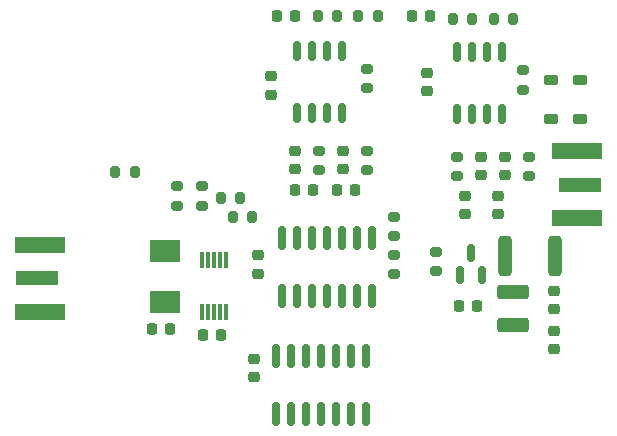
<source format=gbr>
%TF.GenerationSoftware,KiCad,Pcbnew,7.0.9*%
%TF.CreationDate,2024-08-27T22:02:00+02:00*%
%TF.ProjectId,Elektor,456c656b-746f-4722-9e6b-696361645f70,rev?*%
%TF.SameCoordinates,Original*%
%TF.FileFunction,Paste,Top*%
%TF.FilePolarity,Positive*%
%FSLAX46Y46*%
G04 Gerber Fmt 4.6, Leading zero omitted, Abs format (unit mm)*
G04 Created by KiCad (PCBNEW 7.0.9) date 2024-08-27 22:02:00*
%MOMM*%
%LPD*%
G01*
G04 APERTURE LIST*
G04 Aperture macros list*
%AMRoundRect*
0 Rectangle with rounded corners*
0 $1 Rounding radius*
0 $2 $3 $4 $5 $6 $7 $8 $9 X,Y pos of 4 corners*
0 Add a 4 corners polygon primitive as box body*
4,1,4,$2,$3,$4,$5,$6,$7,$8,$9,$2,$3,0*
0 Add four circle primitives for the rounded corners*
1,1,$1+$1,$2,$3*
1,1,$1+$1,$4,$5*
1,1,$1+$1,$6,$7*
1,1,$1+$1,$8,$9*
0 Add four rect primitives between the rounded corners*
20,1,$1+$1,$2,$3,$4,$5,0*
20,1,$1+$1,$4,$5,$6,$7,0*
20,1,$1+$1,$6,$7,$8,$9,0*
20,1,$1+$1,$8,$9,$2,$3,0*%
G04 Aperture macros list end*
%ADD10RoundRect,0.150000X0.150000X-0.825000X0.150000X0.825000X-0.150000X0.825000X-0.150000X-0.825000X0*%
%ADD11R,0.300000X1.400000*%
%ADD12RoundRect,0.225000X0.250000X-0.225000X0.250000X0.225000X-0.250000X0.225000X-0.250000X-0.225000X0*%
%ADD13RoundRect,0.225000X-0.250000X0.225000X-0.250000X-0.225000X0.250000X-0.225000X0.250000X0.225000X0*%
%ADD14RoundRect,0.150000X0.150000X-0.587500X0.150000X0.587500X-0.150000X0.587500X-0.150000X-0.587500X0*%
%ADD15RoundRect,0.200000X0.275000X-0.200000X0.275000X0.200000X-0.275000X0.200000X-0.275000X-0.200000X0*%
%ADD16R,3.600000X1.270000*%
%ADD17R,4.200000X1.350000*%
%ADD18RoundRect,0.200000X0.200000X0.275000X-0.200000X0.275000X-0.200000X-0.275000X0.200000X-0.275000X0*%
%ADD19R,2.600000X1.900000*%
%ADD20RoundRect,0.150000X0.150000X-0.675000X0.150000X0.675000X-0.150000X0.675000X-0.150000X-0.675000X0*%
%ADD21RoundRect,0.200000X-0.200000X-0.275000X0.200000X-0.275000X0.200000X0.275000X-0.200000X0.275000X0*%
%ADD22RoundRect,0.225000X-0.375000X0.225000X-0.375000X-0.225000X0.375000X-0.225000X0.375000X0.225000X0*%
%ADD23RoundRect,0.200000X-0.275000X0.200000X-0.275000X-0.200000X0.275000X-0.200000X0.275000X0.200000X0*%
%ADD24RoundRect,0.250000X1.075000X-0.375000X1.075000X0.375000X-1.075000X0.375000X-1.075000X-0.375000X0*%
%ADD25RoundRect,0.225000X0.225000X0.250000X-0.225000X0.250000X-0.225000X-0.250000X0.225000X-0.250000X0*%
%ADD26RoundRect,0.225000X-0.225000X-0.250000X0.225000X-0.250000X0.225000X0.250000X-0.225000X0.250000X0*%
%ADD27RoundRect,0.225000X0.375000X-0.225000X0.375000X0.225000X-0.375000X0.225000X-0.375000X-0.225000X0*%
%ADD28RoundRect,0.250000X-0.312500X-1.450000X0.312500X-1.450000X0.312500X1.450000X-0.312500X1.450000X0*%
G04 APERTURE END LIST*
D10*
%TO.C,U2*%
X179190000Y-96675000D03*
X180460000Y-96675000D03*
X181730000Y-96675000D03*
X183000000Y-96675000D03*
X184270000Y-96675000D03*
X185540000Y-96675000D03*
X186810000Y-96675000D03*
X186810000Y-91725000D03*
X185540000Y-91725000D03*
X184270000Y-91725000D03*
X183000000Y-91725000D03*
X181730000Y-91725000D03*
X180460000Y-91725000D03*
X179190000Y-91725000D03*
%TD*%
D11*
%TO.C,U1*%
X175000000Y-83600000D03*
X174500000Y-83600000D03*
X174000000Y-83600000D03*
X173500000Y-83600000D03*
X173000000Y-83600000D03*
X173000000Y-88000000D03*
X173500000Y-88000000D03*
X174000000Y-88000000D03*
X174500000Y-88000000D03*
X175000000Y-88000000D03*
%TD*%
D12*
%TO.C,C22*%
X202800000Y-87775000D03*
X202800000Y-86225000D03*
%TD*%
D13*
%TO.C,C20*%
X177400000Y-92025000D03*
X177400000Y-93575000D03*
%TD*%
D14*
%TO.C,Q1*%
X194800000Y-84875000D03*
X196700000Y-84875000D03*
X195750000Y-83000000D03*
%TD*%
D13*
%TO.C,C15*%
X178816000Y-68072000D03*
X178816000Y-69622000D03*
%TD*%
D15*
%TO.C,R18*%
X194564000Y-76517000D03*
X194564000Y-74867000D03*
%TD*%
D12*
%TO.C,C3*%
X184912000Y-75959000D03*
X184912000Y-74409000D03*
%TD*%
D16*
%TO.C,J1*%
X204950000Y-77250000D03*
D17*
X204750000Y-80075000D03*
X204750000Y-74425000D03*
%TD*%
D18*
%TO.C,R17*%
X195825000Y-63246000D03*
X194175000Y-63246000D03*
%TD*%
D19*
%TO.C,Y1*%
X169800000Y-82850000D03*
X169800000Y-87150000D03*
%TD*%
D20*
%TO.C,U5*%
X180975000Y-71205000D03*
X182245000Y-71205000D03*
X183515000Y-71205000D03*
X184785000Y-71205000D03*
X184785000Y-65955000D03*
X183515000Y-65955000D03*
X182245000Y-65955000D03*
X180975000Y-65955000D03*
%TD*%
D21*
%TO.C,R5*%
X165608000Y-76200000D03*
X167258000Y-76200000D03*
%TD*%
D22*
%TO.C,D2*%
X202500000Y-68350000D03*
X202500000Y-71650000D03*
%TD*%
D10*
%TO.C,U3*%
X179730000Y-86700000D03*
X181000000Y-86700000D03*
X182270000Y-86700000D03*
X183540000Y-86700000D03*
X184810000Y-86700000D03*
X186080000Y-86700000D03*
X187350000Y-86700000D03*
X187350000Y-81750000D03*
X186080000Y-81750000D03*
X184810000Y-81750000D03*
X183540000Y-81750000D03*
X182270000Y-81750000D03*
X181000000Y-81750000D03*
X179730000Y-81750000D03*
%TD*%
D23*
%TO.C,R4*%
X173000000Y-77375000D03*
X173000000Y-79025000D03*
%TD*%
D15*
%TO.C,R13*%
X182880000Y-76009000D03*
X182880000Y-74359000D03*
%TD*%
D20*
%TO.C,U7*%
X194552500Y-71254000D03*
X195822500Y-71254000D03*
X197092500Y-71254000D03*
X198362500Y-71254000D03*
X198362500Y-66004000D03*
X197092500Y-66004000D03*
X195822500Y-66004000D03*
X194552500Y-66004000D03*
%TD*%
D15*
%TO.C,R7*%
X189200000Y-84825000D03*
X189200000Y-83175000D03*
%TD*%
D13*
%TO.C,C17*%
X192024000Y-67805000D03*
X192024000Y-69355000D03*
%TD*%
D24*
%TO.C,L2*%
X199250000Y-89150000D03*
X199250000Y-86350000D03*
%TD*%
D15*
%TO.C,R9*%
X186944000Y-76009000D03*
X186944000Y-74359000D03*
%TD*%
%TO.C,R6*%
X192800000Y-84600000D03*
X192800000Y-82950000D03*
%TD*%
D18*
%TO.C,R16*%
X199325000Y-63200000D03*
X197675000Y-63200000D03*
%TD*%
%TO.C,R11*%
X187832000Y-62992000D03*
X186182000Y-62992000D03*
%TD*%
D13*
%TO.C,C23*%
X202800000Y-89600000D03*
X202800000Y-91150000D03*
%TD*%
D23*
%TO.C,R8*%
X189200000Y-79975000D03*
X189200000Y-81625000D03*
%TD*%
D15*
%TO.C,R15*%
X200152000Y-69222000D03*
X200152000Y-67572000D03*
%TD*%
%TO.C,R1*%
X170800000Y-79025000D03*
X170800000Y-77375000D03*
%TD*%
D25*
%TO.C,C19*%
X196275000Y-87500000D03*
X194725000Y-87500000D03*
%TD*%
D12*
%TO.C,C6*%
X180848000Y-75959000D03*
X180848000Y-74409000D03*
%TD*%
D26*
%TO.C,C7*%
X179298000Y-62992000D03*
X180848000Y-62992000D03*
%TD*%
%TO.C,C13*%
X190725000Y-63000000D03*
X192275000Y-63000000D03*
%TD*%
D25*
%TO.C,C4*%
X185928000Y-77724000D03*
X184378000Y-77724000D03*
%TD*%
%TO.C,C5*%
X182372000Y-77724000D03*
X180822000Y-77724000D03*
%TD*%
D15*
%TO.C,R14*%
X200660000Y-76517000D03*
X200660000Y-74867000D03*
%TD*%
D21*
%TO.C,R2*%
X174550000Y-78400000D03*
X176200000Y-78400000D03*
%TD*%
D12*
%TO.C,C12*%
X196596000Y-76467000D03*
X196596000Y-74917000D03*
%TD*%
D13*
%TO.C,C10*%
X198000000Y-78219000D03*
X198000000Y-79769000D03*
%TD*%
D25*
%TO.C,C21*%
X170250000Y-89500000D03*
X168700000Y-89500000D03*
%TD*%
D18*
%TO.C,R3*%
X177200000Y-80000000D03*
X175550000Y-80000000D03*
%TD*%
D13*
%TO.C,C16*%
X177700000Y-83225000D03*
X177700000Y-84775000D03*
%TD*%
D12*
%TO.C,C11*%
X195250000Y-79775000D03*
X195250000Y-78225000D03*
%TD*%
D27*
%TO.C,D1*%
X205000000Y-71650000D03*
X205000000Y-68350000D03*
%TD*%
D12*
%TO.C,C9*%
X198628000Y-76467000D03*
X198628000Y-74917000D03*
%TD*%
D18*
%TO.C,R12*%
X184404000Y-62992000D03*
X182754000Y-62992000D03*
%TD*%
D28*
%TO.C,L1*%
X198612500Y-83250000D03*
X202887500Y-83250000D03*
%TD*%
D16*
%TO.C,J13*%
X159000000Y-85175000D03*
D17*
X159200000Y-82350000D03*
X159200000Y-88000000D03*
%TD*%
D15*
%TO.C,R10*%
X186944000Y-69088000D03*
X186944000Y-67438000D03*
%TD*%
D26*
%TO.C,C2*%
X173025000Y-90000000D03*
X174575000Y-90000000D03*
%TD*%
M02*

</source>
